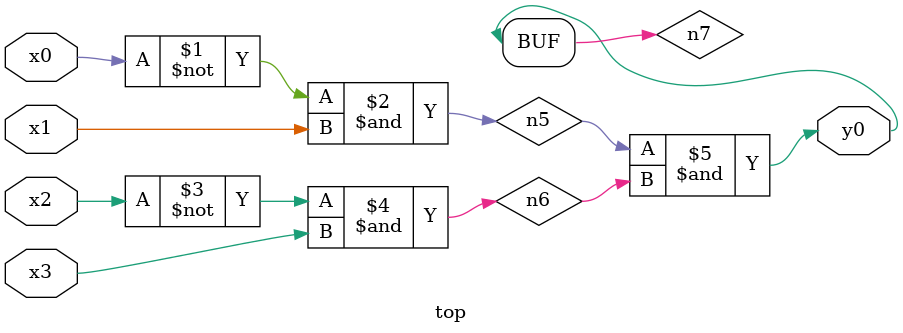
<source format=v>
module top( x0 , x1 , x2 , x3 , y0 );
  input x0 , x1 , x2 , x3 ;
  output y0 ;
  wire n5 , n6 , n7 ;
  assign n5 = ~x0 & x1 ;
  assign n6 = ~x2 & x3 ;
  assign n7 = n5 & n6 ;
  assign y0 = n7 ;
endmodule

</source>
